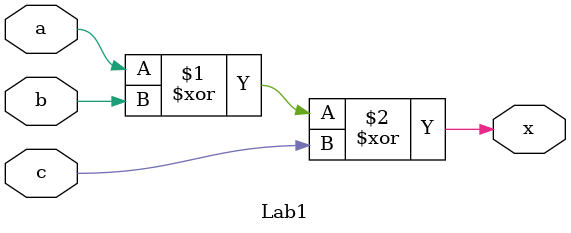
<source format=v>
/* module <name> (ports);

assign a = x + y;

endmodule

*/

module Lab1 (a,b,c,x);

input a;
input b;
input c;
output x;

/* assign y = (~a*~b*~c) + (~a*~b*c) + (a*~b*~c) + (a*~b*c) + (a*b*c); */
/* assign y = (a*c) + ~b; */
/* assign y = (~a+~b)*(~b+~x) * (a+b+x); */
/* assign f = (c+~d+~b) * (~c+~d+a)*(~a+c+d)*(~a+b+~c); */
/* assign f = (x+y+z); */
/* assign f = x*y+y*z+x*z; */ 
/* assign x = (a&~b&~c) | (~a&~b&c) | (~a&b&~c); */
/* assign o = ((~x&~y&z)|(~x&y&~z)|(x&~y&~z)); */
/* assign o = ((~x&~y&z)|(~x&y&~z)|(x&~y&~z)); */

assign x = a^b^c;

endmodule

/*
module LAB 01 (a,b,c,x);
input a,b, c;
output x;
assign x = (a6-b&-c) I (~a&-b&c) | (~asba-c);

endmodule

*/

/*
module Ex(x,y,z,p);
input x,y,z;
output P;

assign O= ((~x&~y&z)|(~x&y&~z)|(x&~y&~z));
endmodule

*/


/*

module   xor_gate_3in( input_a,
                                      input_b,
          input_c,
          output_y);

     input   input_a;
     input   input_b;
     input   input_c;
 
   output   output_y;
 

 
  assign  output_y = (input_a ^ input_b ^ input_c);
 
endmodule

*/
</source>
